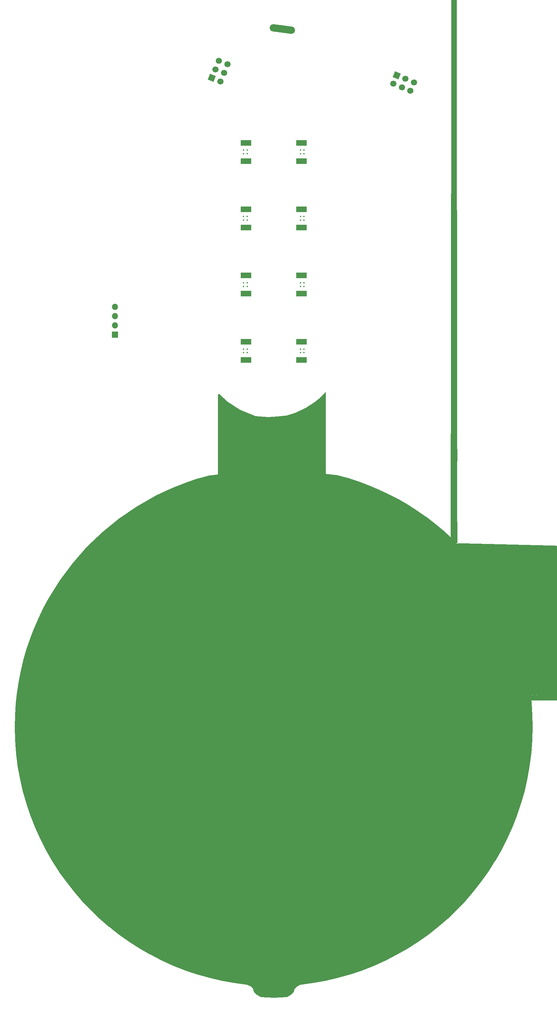
<source format=gts>
G04 #@! TF.GenerationSoftware,KiCad,Pcbnew,7.0.2*
G04 #@! TF.CreationDate,2023-05-29T12:29:06-07:00*
G04 #@! TF.ProjectId,plumbus-bfb,706c756d-6275-4732-9d62-66622e6b6963,rev?*
G04 #@! TF.SameCoordinates,Original*
G04 #@! TF.FileFunction,Soldermask,Top*
G04 #@! TF.FilePolarity,Negative*
%FSLAX46Y46*%
G04 Gerber Fmt 4.6, Leading zero omitted, Abs format (unit mm)*
G04 Created by KiCad (PCBNEW 7.0.2) date 2023-05-29 12:29:06*
%MOMM*%
%LPD*%
G01*
G04 APERTURE LIST*
G04 Aperture macros list*
%AMRoundRect*
0 Rectangle with rounded corners*
0 $1 Rounding radius*
0 $2 $3 $4 $5 $6 $7 $8 $9 X,Y pos of 4 corners*
0 Add a 4 corners polygon primitive as box body*
4,1,4,$2,$3,$4,$5,$6,$7,$8,$9,$2,$3,0*
0 Add four circle primitives for the rounded corners*
1,1,$1+$1,$2,$3*
1,1,$1+$1,$4,$5*
1,1,$1+$1,$6,$7*
1,1,$1+$1,$8,$9*
0 Add four rect primitives between the rounded corners*
20,1,$1+$1,$2,$3,$4,$5,0*
20,1,$1+$1,$4,$5,$6,$7,0*
20,1,$1+$1,$6,$7,$8,$9,0*
20,1,$1+$1,$8,$9,$2,$3,0*%
%AMHorizOval*
0 Thick line with rounded ends*
0 $1 width*
0 $2 $3 position (X,Y) of the first rounded end (center of the circle)*
0 $4 $5 position (X,Y) of the second rounded end (center of the circle)*
0 Add line between two ends*
20,1,$1,$2,$3,$4,$5,0*
0 Add two circle primitives to create the rounded ends*
1,1,$1,$2,$3*
1,1,$1,$4,$5*%
%AMRotRect*
0 Rectangle, with rotation*
0 The origin of the aperture is its center*
0 $1 length*
0 $2 width*
0 $3 Rotation angle, in degrees counterclockwise*
0 Add horizontal line*
21,1,$1,$2,0,0,$3*%
%AMFreePoly0*
4,1,443,-46.755527,49.305534,-45.361075,49.226516,-43.969418,49.108069,-42.581671,48.950286,-41.198944,48.753296,-39.822345,48.517254,-38.452978,48.242351,-37.091939,47.928806,-35.740317,47.576872,-34.399196,47.186828,-33.069650,46.758989,-31.752744,46.293697,-30.449533,45.791323,-29.161060,45.252272,-27.888358,44.676974,-26.632445,44.065891,-25.394329,43.419512,-24.175000,42.738354,-22.975436,42.022963,-21.796596,41.273912,
-20.639426,40.491802,-19.504853,39.677258,-18.393784,38.830934,-17.307111,37.953506,-16.245702,37.045678,-15.210410,36.108177,-14.202062,35.141754,-13.221467,34.147183,-12.269409,33.125261,-11.346653,32.076805,-10.453936,31.002657,-9.591973,29.903676,-8.761456,28.780742,-7.963049,27.634756,-7.197392,26.466634,-6.465098,25.277313,-5.766754,24.067745,-5.102918,22.838900,-4.474124,21.591761,-3.880874,20.327327,
-3.323644,19.046611,-2.802879,17.750639,-2.318998,16.440449,-1.872387,15.117090,-1.463405,13.781623,-1.092379,12.435117,-0.759606,11.078651,-0.465353,9.713311,-0.209855,8.340190,0.006683,6.960390,0.184087,5.575014,0.322216,4.185172,0.420959,2.791979,0.480236,1.396549,0.500000,0.000000,0.480236,-1.396549,0.420959,-2.791979,0.322216,-4.185172,0.184087,-5.575014,0.006683,-6.960390,
-0.209855,-8.340190,-0.465353,-9.713311,-0.759606,-11.078651,-1.092379,-12.435117,-1.463405,-13.781623,-1.872387,-15.117090,-2.318998,-16.440449,-2.802879,-17.750639,-3.323644,-19.046611,-3.880874,-20.327327,-4.474124,-21.591761,-5.102918,-22.838900,-5.766754,-24.067745,-6.465098,-25.277313,-7.197392,-26.466634,-7.963049,-27.634756,-8.761456,-28.780742,-9.591973,-29.903676,-10.453936,-31.002657,-11.346653,-32.076805,
-12.269409,-33.125261,-13.221467,-34.147183,-14.202062,-35.141754,-15.210410,-36.108177,-16.245702,-37.045678,-17.307111,-37.953506,-18.393784,-38.830934,-19.504853,-39.677258,-20.639426,-40.491802,-21.796596,-41.273912,-22.975436,-42.022963,-24.175000,-42.738354,-25.394329,-43.419512,-26.632445,-44.065891,-27.888358,-44.676974,-29.161060,-45.252272,-30.449533,-45.791323,-31.752744,-46.293697,-33.069650,-46.758989,-34.399196,-47.186828,
-35.740317,-47.576872,-37.091939,-47.928806,-38.452978,-48.242351,-39.822345,-48.517254,-41.198944,-48.753296,-42.581671,-48.950286,-43.969418,-49.108069,-45.361075,-49.226516,-46.755527,-49.305534,-48.151656,-49.345059,-49.548344,-49.345059,-50.944473,-49.305534,-52.338925,-49.226516,-53.730582,-49.108069,-55.118329,-48.950286,-56.501056,-48.753296,-57.877655,-48.517254,-59.247022,-48.242351,-60.608061,-47.928806,-61.959683,-47.576872,
-63.300804,-47.186828,-64.630350,-46.758989,-65.947256,-46.293697,-67.250467,-45.791323,-68.538940,-45.252272,-69.811642,-44.676974,-71.067555,-44.065891,-72.305671,-43.419512,-73.525000,-42.738354,-74.724564,-42.022963,-75.903404,-41.273912,-77.060574,-40.491802,-78.195147,-39.677258,-79.306216,-38.830934,-80.392889,-37.953506,-81.454298,-37.045678,-82.489590,-36.108177,-83.497938,-35.141754,-84.478533,-34.147183,-85.430591,-33.125261,
-86.353347,-32.076805,-87.246064,-31.002657,-88.108027,-29.903676,-88.938544,-28.780742,-89.736951,-27.634756,-90.502608,-26.466634,-91.234902,-25.277313,-91.933246,-24.067745,-92.597082,-22.838900,-93.225876,-21.591761,-93.819126,-20.327327,-94.376356,-19.046611,-94.897121,-17.750639,-95.381002,-16.440449,-95.827613,-15.117090,-96.236595,-13.781623,-96.607621,-12.435117,-96.940394,-11.078651,-97.234647,-9.713311,-97.490145,-8.340190,
-97.706683,-6.960390,-97.884087,-5.575014,-98.022216,-4.185172,-98.120959,-2.791979,-98.180236,-1.396549,-98.200000,0.000000,-97.205021,0.000000,-97.184938,-1.393493,-97.124706,-2.785829,-97.024374,-4.175850,-96.884027,-5.562403,-96.703780,-6.944336,-96.483784,-8.320500,-96.224220,-9.689753,-95.925306,-11.050957,-95.587288,-12.402981,-95.210449,-13.744703,-94.795100,-15.075008,-94.341587,-16.392791,-93.850286,-17.696958,
-93.321606,-18.986424,-92.755986,-20.260120,-92.153895,-21.516986,-91.515835,-22.755980,-90.842333,-23.976071,-90.133952,-25.176247,-89.391277,-26.355510,-88.614928,-27.512881,-87.805547,-28.647398,-86.963808,-29.758119,-86.090410,-30.844122,-85.186079,-31.904505,-84.251565,-32.938386,-83.287645,-33.944907,-82.295119,-34.923231,-81.274812,-35.872547,-80.227572,-36.792065,-79.154268,-37.681022,-78.055791,-38.538679,-76.933055,-39.364325,
-75.786992,-40.157272,-74.618554,-40.916863,-73.428711,-41.642467,-72.218452,-42.333480,-70.988782,-42.989329,-69.740722,-43.609469,-68.475310,-44.193385,-67.193596,-44.740592,-65.896645,-45.250635,-64.585534,-45.723091,-63.261352,-46.157567,-61.925200,-46.553702,-60.578187,-46.911168,-59.221432,-47.229667,-57.856061,-47.508935,-56.483210,-47.748740,-55.104019,-47.948882,-53.719632,-48.109196,-52.331201,-48.229548,-50.939878,-48.309838,
-49.546819,-48.350000,-48.153181,-48.350000,-46.760122,-48.309838,-45.368799,-48.229548,-43.980368,-48.109196,-42.595981,-47.948882,-41.216790,-47.748740,-39.843939,-47.508935,-38.478568,-47.229667,-37.121813,-46.911168,-35.774800,-46.553702,-34.438648,-46.157567,-33.114466,-45.723091,-31.803355,-45.250635,-30.506404,-44.740592,-29.224690,-44.193385,-27.959278,-43.609469,-26.711218,-42.989329,-25.481548,-42.333480,-24.271289,-41.642467,
-23.081446,-40.916863,-21.913008,-40.157272,-20.766945,-39.364325,-19.644209,-38.538679,-18.545732,-37.681022,-17.472428,-36.792065,-16.425188,-35.872547,-15.404881,-34.923231,-14.412355,-33.944907,-13.448435,-32.938386,-12.513921,-31.904505,-11.609590,-30.844122,-10.736192,-29.758119,-9.894453,-28.647398,-9.085072,-27.512881,-8.308723,-26.355510,-7.566048,-25.176247,-6.857667,-23.976071,-6.184165,-22.755980,-5.546105,-21.516986,
-4.944014,-20.260120,-4.378394,-18.986424,-3.849714,-17.696958,-3.358413,-16.392791,-2.904900,-15.075008,-2.489551,-13.744703,-2.112712,-12.402981,-1.774694,-11.050957,-1.475780,-9.689753,-1.216216,-8.320500,-0.996220,-6.944336,-0.815973,-5.562403,-0.675626,-4.175850,-0.575294,-2.785829,-0.515062,-1.393493,-0.494979,0.000000,-0.515062,1.393493,-0.575294,2.785829,-0.675626,4.175850,-0.815973,5.562403,
-0.996220,6.944336,-1.216216,8.320500,-1.475780,9.689753,-1.774694,11.050957,-2.112712,12.402981,-2.489551,13.744703,-2.904900,15.075008,-3.358413,16.392791,-3.849714,17.696958,-4.378394,18.986424,-4.944014,20.260120,-5.546105,21.516986,-6.184165,22.755980,-6.857667,23.976071,-7.566048,25.176247,-8.308723,26.355510,-9.085072,27.512881,-9.894453,28.647398,-10.736192,29.758119,-11.609590,30.844122,
-12.513921,31.904505,-13.448435,32.938386,-14.412355,33.944907,-15.404881,34.923231,-16.425188,35.872547,-17.472428,36.792065,-18.545732,37.681022,-19.644209,38.538679,-20.766945,39.364325,-21.913008,40.157272,-23.081446,40.916863,-24.271289,41.642467,-25.481548,42.333480,-26.711218,42.989329,-27.959278,43.609469,-29.224690,44.193385,-30.506404,44.740592,-31.803355,45.250635,-33.114466,45.723091,-34.438648,46.157567,
-35.774800,46.553702,-37.121813,46.911168,-38.478568,47.229667,-39.843939,47.508935,-41.216790,47.748740,-42.595981,47.948882,-43.980368,48.109196,-45.368799,48.229548,-46.760122,48.309838,-48.153181,48.350000,-49.546819,48.350000,-50.939878,48.309838,-52.331201,48.229548,-53.719632,48.109196,-55.104019,47.948882,-56.483210,47.748740,-57.856061,47.508935,-59.221432,47.229667,-60.578187,46.911168,-61.925200,46.553702,
-63.261352,46.157567,-64.585534,45.723091,-65.896645,45.250635,-67.193596,44.740592,-68.475310,44.193385,-69.740722,43.609469,-70.988782,42.989329,-72.218452,42.333480,-73.428711,41.642467,-74.618554,40.916863,-75.786992,40.157272,-76.933055,39.364325,-78.055791,38.538679,-79.154268,37.681022,-80.227572,36.792065,-81.274812,35.872547,-82.295119,34.923231,-83.287645,33.944907,-84.251565,32.938386,-85.186079,31.904505,
-86.090410,30.844122,-86.963808,29.758119,-87.805547,28.647398,-88.614928,27.512881,-89.391277,26.355510,-90.133952,25.176247,-90.842333,23.976071,-91.515835,22.755980,-92.153895,21.516986,-92.755986,20.260120,-93.321606,18.986424,-93.850286,17.696958,-94.341587,16.392791,-94.795100,15.075008,-95.210449,13.744703,-95.587288,12.402981,-95.925306,11.050957,-96.224220,9.689753,-96.483784,8.320500,-96.703780,6.944336,
-96.884027,5.562403,-97.024374,4.175850,-97.124706,2.785829,-97.184938,1.393493,-97.205021,0.000000,-98.200000,0.000000,-98.180236,1.396549,-98.120959,2.791979,-98.022216,4.185172,-97.884087,5.575014,-97.706683,6.960390,-97.490145,8.340190,-97.234647,9.713311,-96.940394,11.078651,-96.607621,12.435117,-96.236595,13.781623,-95.827613,15.117090,-95.381002,16.440449,-94.897121,17.750639,-94.376356,19.046611,
-93.819126,20.327327,-93.225876,21.591761,-92.597082,22.838900,-91.933246,24.067745,-91.234902,25.277313,-90.502608,26.466634,-89.736951,27.634756,-88.938544,28.780742,-88.108027,29.903676,-87.246064,31.002657,-86.353347,32.076805,-85.430591,33.125261,-84.478533,34.147183,-83.497938,35.141754,-82.489590,36.108177,-81.454298,37.045678,-80.392889,37.953506,-79.306216,38.830934,-78.195147,39.677258,-77.060574,40.491802,
-75.903404,41.273912,-74.724564,42.022963,-73.525000,42.738354,-72.305671,43.419512,-71.067555,44.065891,-69.811642,44.676974,-68.538940,45.252272,-67.250467,45.791323,-65.947256,46.293697,-64.630350,46.758989,-63.300804,47.186828,-61.959683,47.576872,-60.608061,47.928806,-59.247022,48.242351,-57.877655,48.517254,-56.501056,48.753296,-55.118329,48.950286,-53.730582,49.108069,-52.338925,49.226516,-50.944473,49.305534,
-49.548344,49.345059,-48.151656,49.345059,-46.755527,49.305534,-46.755527,49.305534,$1*%
G04 Aperture macros list end*
%ADD10RotRect,0.450000X0.450000X225.000000*%
%ADD11O,7.000000X2.000000*%
%ADD12HorizOval,2.000000X2.478612X-0.326315X-2.478612X0.326315X0*%
%ADD13R,1.700000X1.700000*%
%ADD14O,1.700000X1.700000*%
%ADD15RotRect,0.450000X0.450000X255.000000*%
%ADD16RotRect,0.450000X0.450000X277.500000*%
%ADD17R,0.450000X0.450000*%
%ADD18RotRect,0.450000X0.450000X7.500000*%
%ADD19RotRect,0.450000X0.450000X45.000000*%
%ADD20RotRect,0.450000X0.450000X15.000000*%
%ADD21RotRect,0.450000X0.450000X120.000000*%
%ADD22RotRect,0.450000X0.450000X345.000000*%
%ADD23RotRect,0.450000X0.450000X352.500000*%
%ADD24RotRect,0.450000X0.450000X75.000000*%
%ADD25RotRect,0.450000X0.450000X337.500000*%
%ADD26RotRect,0.450000X0.450000X142.500000*%
%ADD27RotRect,0.450000X0.450000X52.500000*%
%ADD28RotRect,0.450000X0.450000X97.500000*%
%ADD29RotRect,0.450000X0.450000X187.500000*%
%ADD30RotRect,0.450000X0.450000X127.500000*%
%ADD31RotRect,0.450000X0.450000X202.500000*%
%ADD32RotRect,0.450000X0.450000X67.500000*%
%ADD33RotRect,0.450000X0.450000X112.500000*%
%ADD34RotRect,0.450000X0.450000X232.500000*%
%ADD35RotRect,0.450000X0.450000X82.500000*%
%ADD36RotRect,0.450000X0.450000X150.000000*%
%ADD37RotRect,0.450000X0.450000X37.500000*%
%ADD38RotRect,0.450000X0.450000X262.500000*%
%ADD39RotRect,0.450000X0.450000X285.000000*%
%ADD40RotRect,0.450000X0.450000X30.000000*%
%ADD41RotRect,0.450000X0.450000X300.000000*%
%ADD42RotRect,0.450000X0.450000X307.500000*%
%ADD43RotRect,0.450000X0.450000X22.500000*%
%ADD44RotRect,0.450000X0.450000X330.000000*%
%ADD45RotRect,0.450000X0.450000X157.500000*%
%ADD46RotRect,0.450000X0.450000X315.000000*%
%ADD47RotRect,0.450000X0.450000X292.500000*%
%ADD48RotRect,0.450000X0.450000X210.000000*%
%ADD49RotRect,0.450000X0.450000X172.500000*%
%ADD50RotRect,0.450000X0.450000X240.000000*%
%ADD51RotRect,0.450000X0.450000X195.000000*%
%ADD52RotRect,0.450000X0.450000X165.000000*%
%ADD53RotRect,0.450000X0.450000X217.500000*%
%ADD54RotRect,0.450000X0.450000X135.000000*%
%ADD55RotRect,0.450000X0.450000X60.000000*%
%ADD56RotRect,0.450000X0.450000X322.500000*%
%ADD57RotRect,0.450000X0.450000X247.500000*%
%ADD58RotRect,0.450000X0.450000X105.000000*%
%ADD59RoundRect,0.750000X0.750000X-0.750000X0.750000X0.750000X-0.750000X0.750000X-0.750000X-0.750000X0*%
%ADD60FreePoly0,0.000000*%
%ADD61C,2.170000*%
%ADD62R,2.170000X2.170000*%
%ADD63C,0.001000*%
%ADD64R,3.000000X1.600000*%
%ADD65RotRect,1.700000X1.700000X157.500000*%
%ADD66HorizOval,1.700000X0.000000X0.000000X0.000000X0.000000X0*%
%ADD67RotRect,1.700000X1.700000X67.500000*%
%ADD68HorizOval,1.700000X0.000000X0.000000X0.000000X0.000000X0*%
%ADD69RoundRect,0.218750X0.218750X0.256250X-0.218750X0.256250X-0.218750X-0.256250X0.218750X-0.256250X0*%
%ADD70R,1.400000X1.900000*%
%ADD71RoundRect,0.200000X-0.200000X-0.275000X0.200000X-0.275000X0.200000X0.275000X-0.200000X0.275000X0*%
%ADD72RotRect,1.160000X1.160000X202.500000*%
%ADD73C,1.160000*%
G04 APERTURE END LIST*
D10*
X268527107Y-390322893D03*
X267820000Y-391030000D03*
X267820000Y-389615786D03*
X267112893Y-390322893D03*
D11*
X316750000Y-511300000D03*
D12*
X319100000Y-248100000D03*
D13*
X273100000Y-331890000D03*
D14*
X273100000Y-329350000D03*
X273100000Y-326810000D03*
X273100000Y-324270000D03*
D15*
X250532372Y-420996447D03*
X250273553Y-421962372D03*
X249566447Y-420737628D03*
X249307628Y-421703553D03*
D16*
X248580459Y-447729014D03*
X248710986Y-448720459D03*
X247589014Y-447859541D03*
X247719541Y-448850986D03*
D17*
X325050000Y-317700000D03*
X325050000Y-318700000D03*
X324050000Y-317700000D03*
X324050000Y-318700000D03*
D18*
X325219014Y-507419541D03*
X326210459Y-507289014D03*
X325349541Y-508410986D03*
X326340986Y-508280459D03*
D17*
X309450000Y-300500000D03*
X308450000Y-300500000D03*
X309450000Y-299500000D03*
X308450000Y-299500000D03*
D19*
X364962893Y-488170000D03*
X365670000Y-487462893D03*
X365670000Y-488877107D03*
X366377107Y-488170000D03*
D20*
X334047628Y-505726447D03*
X335013553Y-505467628D03*
X334306447Y-506692372D03*
X335272372Y-506433553D03*
D17*
X325050000Y-299500000D03*
X325050000Y-300500000D03*
X324050000Y-299500000D03*
X324050000Y-300500000D03*
X325050000Y-335850000D03*
X325050000Y-336850000D03*
X324050000Y-335850000D03*
X324050000Y-336850000D03*
D21*
X376486987Y-405343013D03*
X375986987Y-404476987D03*
X377353013Y-404843013D03*
X376853013Y-403976987D03*
D22*
X298492894Y-505475256D03*
X299458819Y-505734075D03*
X298234075Y-506441181D03*
X299200000Y-506700000D03*
D23*
X307290000Y-507290000D03*
X308281445Y-507420527D03*
X307159473Y-508281445D03*
X308150918Y-508411972D03*
D24*
X382977628Y-457513553D03*
X383236447Y-456547628D03*
X383943553Y-457772372D03*
X384202372Y-456806447D03*
D25*
X290000000Y-502520000D03*
X290923879Y-502902683D03*
X289617317Y-503443879D03*
X290541196Y-503826562D03*
D26*
X359074592Y-384902114D03*
X358281239Y-384293353D03*
X359683353Y-384108761D03*
X358890000Y-383500000D03*
D27*
X370938943Y-481462296D03*
X371547704Y-480668943D03*
X371732296Y-482071057D03*
X372341057Y-481277704D03*
D28*
X384909541Y-430770986D03*
X384779014Y-429779541D03*
X385900986Y-430640459D03*
X385770459Y-429649014D03*
D29*
X308280986Y-371090459D03*
X307289541Y-371220986D03*
X308150459Y-370099014D03*
X307159014Y-370229541D03*
D30*
X371547704Y-397831057D03*
X370938943Y-397037704D03*
X372341057Y-397222296D03*
X371732296Y-396428943D03*
D31*
X290923281Y-375610598D03*
X289999402Y-375993281D03*
X290540598Y-374686719D03*
X289616719Y-375069402D03*
D32*
X380016121Y-465997317D03*
X380398804Y-465073438D03*
X380940000Y-466380000D03*
X381322683Y-465456121D03*
D33*
X380399402Y-413423281D03*
X380016719Y-412499402D03*
X381323281Y-413040598D03*
X380940598Y-412116719D03*
D17*
X385430000Y-439750000D03*
X385430000Y-438750000D03*
X386430000Y-439750000D03*
X386430000Y-438750000D03*
X309450000Y-282300000D03*
X308450000Y-282300000D03*
X309450000Y-281300000D03*
X308450000Y-281300000D03*
D34*
X262570000Y-397040000D03*
X261961239Y-397833353D03*
X261776647Y-396431239D03*
X261167886Y-397224592D03*
D35*
X384789473Y-448701445D03*
X384920000Y-447710000D03*
X385780918Y-448831972D03*
X385911445Y-447840527D03*
D36*
X351630000Y-379836026D03*
X350763974Y-379336026D03*
X352130000Y-378970000D03*
X351263974Y-378470000D03*
D37*
X358177886Y-494045408D03*
X358971239Y-493436647D03*
X358786647Y-494838761D03*
X359580000Y-494230000D03*
D38*
X248721972Y-429789082D03*
X248591445Y-430780527D03*
X247730527Y-429658555D03*
X247600000Y-430650000D03*
D39*
X250267106Y-456545256D03*
X250525925Y-457511181D03*
X249301181Y-456804075D03*
X249560000Y-457770000D03*
D40*
X350666987Y-498986987D03*
X351533013Y-498486987D03*
X351166987Y-499853013D03*
X352033013Y-499353013D03*
D17*
X248070000Y-438760000D03*
X248070000Y-439760000D03*
X247070000Y-438760000D03*
X247070000Y-439760000D03*
D41*
X257023013Y-473156987D03*
X257523013Y-474023013D03*
X256156987Y-473656987D03*
X256656987Y-474523013D03*
D42*
X261954592Y-480667886D03*
X262563353Y-481461239D03*
X261161239Y-481276647D03*
X261770000Y-482070000D03*
D17*
X316250000Y-507940000D03*
X317250000Y-507940000D03*
X316250000Y-508940000D03*
X317250000Y-508940000D03*
D43*
X342576719Y-502899402D03*
X343500598Y-502516719D03*
X342959402Y-503823281D03*
X343883281Y-503440598D03*
D17*
X309450000Y-336850000D03*
X308450000Y-336850000D03*
X309450000Y-335850000D03*
X308450000Y-335850000D03*
X317250000Y-370350000D03*
X316250000Y-370350000D03*
X317250000Y-369350000D03*
X316250000Y-369350000D03*
D44*
X281973974Y-498483974D03*
X282840000Y-498983974D03*
X281473974Y-499350000D03*
X282340000Y-499850000D03*
D45*
X343493879Y-375972683D03*
X342570000Y-375590000D03*
X343876562Y-375048804D03*
X342952683Y-374666121D03*
D46*
X267820000Y-487472893D03*
X268527107Y-488180000D03*
X267112893Y-488180000D03*
X267820000Y-488887107D03*
D47*
X253091196Y-465083438D03*
X253473879Y-466007317D03*
X252167317Y-465466121D03*
X252550000Y-466390000D03*
D48*
X282843013Y-379513013D03*
X281976987Y-380013013D03*
X282343013Y-378646987D03*
X281476987Y-379146987D03*
D17*
X309450000Y-318700000D03*
X308450000Y-318700000D03*
X309450000Y-317700000D03*
X308450000Y-317700000D03*
D49*
X326210000Y-371220000D03*
X325218555Y-371089473D03*
X326340527Y-370228555D03*
X325349082Y-370098028D03*
D50*
X257503013Y-404476987D03*
X257003013Y-405343013D03*
X256636987Y-403976987D03*
X256136987Y-404843013D03*
D51*
X299452372Y-372773553D03*
X298486447Y-373032372D03*
X299193553Y-371807628D03*
X298227628Y-372066447D03*
D52*
X335001181Y-373035925D03*
X334035256Y-372777106D03*
X335260000Y-372070000D03*
X334294075Y-371811181D03*
D17*
X325050000Y-281300000D03*
X325050000Y-282300000D03*
X324050000Y-281300000D03*
X324050000Y-282300000D03*
D53*
X275331057Y-384442296D03*
X274537704Y-385051057D03*
X274722296Y-383648943D03*
X273928943Y-384257704D03*
D54*
X365680000Y-391027107D03*
X364972893Y-390320000D03*
X366387107Y-390320000D03*
X365680000Y-389612893D03*
D55*
X375986987Y-474023013D03*
X376486987Y-473156987D03*
X376853013Y-474523013D03*
X377353013Y-473656987D03*
D56*
X274548761Y-493436647D03*
X275342114Y-494045408D03*
X273940000Y-494230000D03*
X274733353Y-494838761D03*
D57*
X253480000Y-412500000D03*
X253097317Y-413423879D03*
X252556121Y-412117317D03*
X252173438Y-413041196D03*
D58*
X383226447Y-421962372D03*
X382967628Y-420996447D03*
X384192372Y-421703553D03*
X383933553Y-420737628D03*
D59*
X310250000Y-424500000D03*
X310250000Y-414400000D03*
D60*
X365500000Y-432200000D03*
D61*
X342960000Y-439160000D03*
D62*
X342960000Y-425570000D03*
D63*
X344128417Y-377012608D03*
X341356778Y-375864557D03*
D64*
X309130000Y-279320000D03*
X324330000Y-279320000D03*
X309130000Y-284320000D03*
X324330000Y-284320000D03*
X324340000Y-338860000D03*
X309140000Y-338860000D03*
X324340000Y-333860000D03*
X309140000Y-333860000D03*
D65*
X299731920Y-261489135D03*
D66*
X302078574Y-262461151D03*
X300703936Y-259142481D03*
X303050590Y-260114497D03*
X301675952Y-256795827D03*
X304022606Y-257767843D03*
D64*
X309140000Y-315680000D03*
X324340000Y-315680000D03*
X309140000Y-320680000D03*
X324340000Y-320680000D03*
X309140000Y-297500000D03*
X324340000Y-297500000D03*
X309140000Y-302500000D03*
X324340000Y-302500000D03*
D67*
X350533346Y-260757984D03*
D68*
X349561330Y-263104638D03*
X352880000Y-261730000D03*
X351907984Y-264076654D03*
X355226654Y-262702016D03*
X354254638Y-265048670D03*
D69*
X327475000Y-355610000D03*
X329050000Y-355610000D03*
D70*
X304150000Y-354000000D03*
X304150000Y-361500000D03*
D71*
X327437500Y-354090000D03*
X329087500Y-354090000D03*
D72*
X293800000Y-379000000D03*
D73*
X291453346Y-379972016D03*
X289106692Y-380944032D03*
D71*
X327437500Y-357100000D03*
X329087500Y-357100000D03*
D69*
X327475000Y-358610000D03*
X329050000Y-358610000D03*
X329037500Y-361610000D03*
X327462500Y-361610000D03*
D71*
X327425000Y-360110000D03*
X329075000Y-360110000D03*
G36*
X331009983Y-347669167D02*
G01*
X331051880Y-347725082D01*
X331059718Y-347768468D01*
X331059718Y-370049398D01*
X334054982Y-370395284D01*
X334073465Y-370398857D01*
X337026328Y-371206351D01*
X337031499Y-371207886D01*
X339937985Y-372140330D01*
X339943060Y-372142080D01*
X342793651Y-373194694D01*
X342798619Y-373196651D01*
X345590349Y-374366445D01*
X345595203Y-374368603D01*
X348325028Y-375652558D01*
X348329763Y-375654909D01*
X350994771Y-377050064D01*
X350999380Y-377052603D01*
X353596526Y-378555936D01*
X353601004Y-378558656D01*
X356127304Y-380167176D01*
X356131648Y-380170072D01*
X358584114Y-381880782D01*
X358588319Y-381883848D01*
X360963975Y-383693766D01*
X360968037Y-383696998D01*
X363263846Y-385603090D01*
X363267763Y-385606483D01*
X365480750Y-387605766D01*
X365484518Y-387609315D01*
X367611710Y-389698811D01*
X367615326Y-389702514D01*
X369653723Y-391879219D01*
X369657182Y-391883072D01*
X371603752Y-394143942D01*
X371607052Y-394147941D01*
X373458829Y-396490010D01*
X373461966Y-396494152D01*
X375215988Y-398914460D01*
X375218955Y-398918742D01*
X376872165Y-401414203D01*
X376874959Y-401418620D01*
X378424400Y-403986283D01*
X378427016Y-403990832D01*
X379869703Y-406627713D01*
X379872134Y-406632389D01*
X381205074Y-409335490D01*
X381207313Y-409340288D01*
X382427481Y-412106539D01*
X382429524Y-412111452D01*
X383533976Y-414937968D01*
X383535814Y-414942990D01*
X384521525Y-417826682D01*
X384523153Y-417831805D01*
X385387145Y-420769720D01*
X385388556Y-420774934D01*
X386127841Y-423764092D01*
X386129028Y-423769387D01*
X386740606Y-426806755D01*
X386741564Y-426812118D01*
X387222448Y-429894734D01*
X387223172Y-429900154D01*
X387570372Y-433025057D01*
X387570856Y-433030518D01*
X387781368Y-436194621D01*
X387781612Y-436200109D01*
X387852446Y-439400369D01*
X387852436Y-439406247D01*
X387760027Y-443060788D01*
X387759710Y-443067056D01*
X387485475Y-446673376D01*
X387484843Y-446679605D01*
X387033244Y-450233433D01*
X387032302Y-450239602D01*
X386407803Y-453736494D01*
X386406558Y-453742581D01*
X385613621Y-457178090D01*
X385612081Y-457184077D01*
X384655166Y-460553752D01*
X384653340Y-460559623D01*
X383536910Y-463859001D01*
X383534808Y-463864741D01*
X382263326Y-467089361D01*
X382260959Y-467094960D01*
X380838866Y-470240408D01*
X380836242Y-470245853D01*
X379268031Y-473307601D01*
X379265162Y-473312884D01*
X377555251Y-476286554D01*
X377552143Y-476291668D01*
X375705038Y-479172719D01*
X375701702Y-479177657D01*
X373721840Y-481961664D01*
X373718283Y-481966421D01*
X371610117Y-484648938D01*
X371606346Y-484653507D01*
X369374364Y-487230035D01*
X369370384Y-487234414D01*
X367019034Y-489700510D01*
X367014853Y-489704691D01*
X364548602Y-492055888D01*
X364544224Y-492059867D01*
X361967524Y-494291713D01*
X361962953Y-494295484D01*
X359280317Y-496403475D01*
X359275561Y-496407032D01*
X356491381Y-498386765D01*
X356486443Y-498390100D01*
X353605249Y-500237064D01*
X353600135Y-500240171D01*
X350626345Y-501949938D01*
X350621062Y-501952807D01*
X347559169Y-503520898D01*
X347553724Y-503523521D01*
X344408178Y-504945482D01*
X344402581Y-504947849D01*
X341177830Y-506219229D01*
X341172090Y-506221330D01*
X337872623Y-507337657D01*
X337866752Y-507339483D01*
X334496975Y-508296315D01*
X334490989Y-508297854D01*
X331055418Y-509090714D01*
X331049331Y-509091959D01*
X327552384Y-509716397D01*
X327546217Y-509717339D01*
X323989234Y-510169289D01*
X323050000Y-510749998D01*
X322500000Y-511349999D01*
X322209927Y-512220218D01*
X322177099Y-512271469D01*
X321411540Y-512989180D01*
X321386109Y-513007576D01*
X320324519Y-513586625D01*
X320272116Y-513601570D01*
X316757021Y-513799604D01*
X316742972Y-513799598D01*
X313277831Y-513601590D01*
X313225527Y-513586651D01*
X312163890Y-513007576D01*
X312138459Y-512989180D01*
X311372900Y-512271469D01*
X311340072Y-512220218D01*
X311049999Y-511349999D01*
X310500000Y-510750000D01*
X309442740Y-510169360D01*
X305885774Y-509717499D01*
X305879607Y-509716558D01*
X302382629Y-509092228D01*
X302376544Y-509090983D01*
X298940979Y-508298262D01*
X298934993Y-508296723D01*
X295565227Y-507340051D01*
X295559357Y-507338226D01*
X292259875Y-506222070D01*
X292254135Y-506219969D01*
X289029401Y-504948785D01*
X289023804Y-504946419D01*
X285878241Y-503524646D01*
X285872796Y-503522023D01*
X282810902Y-501954137D01*
X282805619Y-501951268D01*
X279831844Y-500241717D01*
X279826730Y-500238611D01*
X276945516Y-498391839D01*
X276940577Y-498388503D01*
X274156413Y-496408982D01*
X274151656Y-496405425D01*
X271469011Y-494297619D01*
X271464440Y-494293848D01*
X268887750Y-492062192D01*
X268883371Y-492058213D01*
X266417111Y-489707171D01*
X266412929Y-489702989D01*
X264061589Y-487237049D01*
X264057609Y-487232671D01*
X261825612Y-484656247D01*
X261821840Y-484651676D01*
X259713691Y-481969277D01*
X259710133Y-481964520D01*
X257730256Y-479180555D01*
X257726920Y-479175616D01*
X255879821Y-476294607D01*
X255876713Y-476289493D01*
X254166807Y-473315825D01*
X254163937Y-473310541D01*
X252595710Y-470248715D01*
X252593087Y-470243269D01*
X251171014Y-467097772D01*
X251168646Y-467092174D01*
X249897157Y-463867395D01*
X249895055Y-463861654D01*
X248778618Y-460562064D01*
X248776793Y-460556193D01*
X247819883Y-457186288D01*
X247818343Y-457180301D01*
X247025404Y-453744483D01*
X247024159Y-453738396D01*
X246399660Y-450241136D01*
X246398718Y-450234968D01*
X245947119Y-446680698D01*
X245946487Y-446674469D01*
X245672252Y-443067640D01*
X245671935Y-443061373D01*
X245579526Y-439406220D01*
X245579516Y-439400370D01*
X245648923Y-436232353D01*
X245649161Y-436226921D01*
X245855459Y-433094292D01*
X245855934Y-433088885D01*
X246196213Y-429994746D01*
X246196922Y-429989379D01*
X246668282Y-426936613D01*
X246669221Y-426931301D01*
X247268758Y-423922812D01*
X247269922Y-423917566D01*
X247994739Y-420956219D01*
X247996123Y-420951052D01*
X248843310Y-418039786D01*
X248844907Y-418034707D01*
X249811569Y-415176389D01*
X249813373Y-415171409D01*
X250896628Y-412368898D01*
X250898632Y-412364023D01*
X252095544Y-409620297D01*
X252097742Y-409615535D01*
X253405444Y-406933422D01*
X253407830Y-406928779D01*
X254822790Y-404312350D01*
X254826705Y-404305624D01*
X257970579Y-399274591D01*
X257976407Y-399266076D01*
X261516278Y-394529120D01*
X261522759Y-394521157D01*
X265436127Y-390100348D01*
X265443229Y-390092964D01*
X269706851Y-386011537D01*
X269714543Y-386004759D01*
X274305235Y-382285885D01*
X274313493Y-382279745D01*
X279208001Y-378946650D01*
X279216797Y-378941184D01*
X284393042Y-376016420D01*
X284399965Y-376012791D01*
X287084318Y-374711909D01*
X287089086Y-374709721D01*
X289836082Y-373519198D01*
X289840963Y-373517205D01*
X292646489Y-372440526D01*
X292651475Y-372438734D01*
X295512295Y-371478908D01*
X295518079Y-371477123D01*
X298491590Y-370638522D01*
X298508664Y-370634981D01*
X301426376Y-370241220D01*
X301426377Y-370241219D01*
X301426377Y-348374985D01*
X301446062Y-348307946D01*
X301462695Y-348287304D01*
X301566047Y-348183951D01*
X301627370Y-348150466D01*
X301697062Y-348155450D01*
X301737519Y-348180225D01*
X304049999Y-350299999D01*
X307400000Y-352499999D01*
X311749999Y-354250000D01*
X315195905Y-354499703D01*
X315204103Y-354499753D01*
X317698278Y-354350103D01*
X317701701Y-354349803D01*
X320300001Y-354049999D01*
X322700001Y-353349999D01*
X325696419Y-351901730D01*
X325703324Y-351897828D01*
X328147068Y-350301914D01*
X328152701Y-350297764D01*
X329596757Y-349102683D01*
X329602850Y-349096902D01*
X330749998Y-347850001D01*
X330826859Y-347709090D01*
X330876242Y-347659663D01*
X330944508Y-347644780D01*
X331009983Y-347669167D01*
G37*
M02*

</source>
